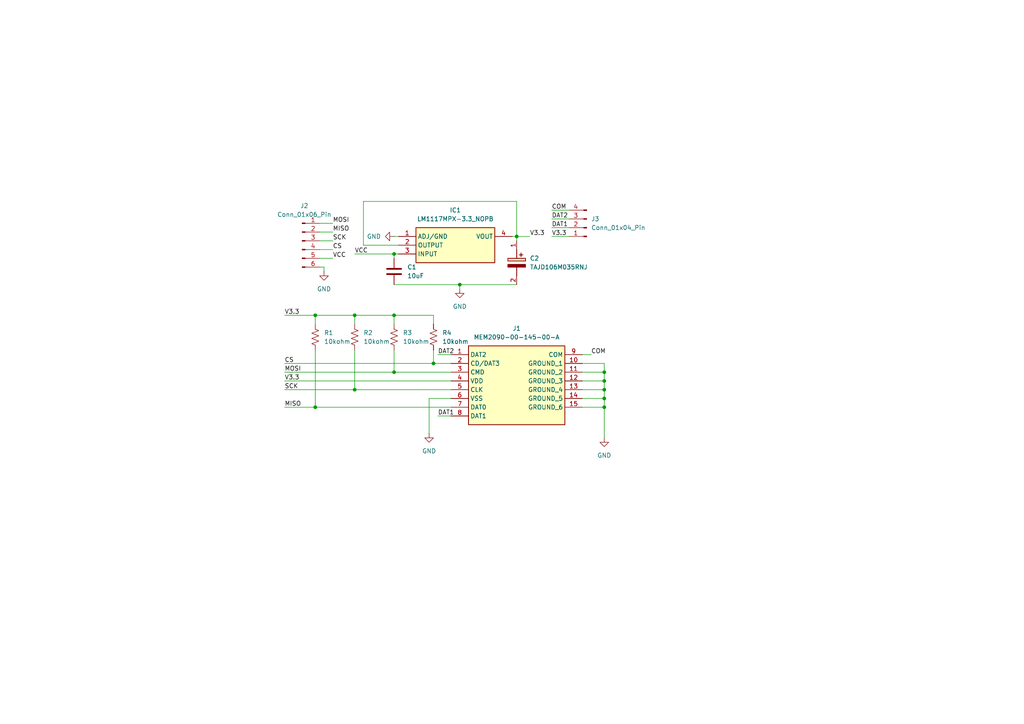
<source format=kicad_sch>
(kicad_sch (version 20250114) (generator "eeschema") (generator_version "9.0")
  (paper "A4")
  (lib_symbols
    (symbol "Connector:Conn_01x04_Pin" (pin_names (offset 1.016) (hide yes))
      (property "Reference" "J" (at 0 5.08 0))
      (property "Value" "Conn_01x04_Pin" (at 0 -7.62 0))
      (symbol "Conn_01x04_Pin_1_1"
        (rectangle (start 0.8636 2.667) (end 0 2.413) (stroke (width 0.1524)) (fill (type outline)))
        (rectangle (start 0.8636 0.127) (end 0 -0.127) (stroke (width 0.1524)) (fill (type outline)))
        (rectangle (start 0.8636 -2.413) (end 0 -2.667) (stroke (width 0.1524)) (fill (type outline)))
        (rectangle (start 0.8636 -4.953) (end 0 -5.207) (stroke (width 0.1524)) (fill (type outline)))
        (polyline (pts (xy 1.27 2.54) (xy 0.8636 2.54)) (stroke (width 0.1524)))
        (polyline (pts (xy 1.27 0) (xy 0.8636 0)) (stroke (width 0.1524)))
        (polyline (pts (xy 1.27 -2.54) (xy 0.8636 -2.54)) (stroke (width 0.1524)))
        (polyline (pts (xy 1.27 -5.08) (xy 0.8636 -5.08)) (stroke (width 0.1524)))
        (pin passive line (at 5.08 2.54 180) (length 3.81) (name "Pin_1") (number "1"))
        (pin passive line (at 5.08 0 180) (length 3.81) (name "Pin_2") (number "2"))
        (pin passive line (at 5.08 -2.54 180) (length 3.81) (name "Pin_3") (number "3"))
        (pin passive line (at 5.08 -5.08 180) (length 3.81) (name "Pin_4") (number "4"))
      )
    )
    (symbol "Connector:Conn_01x06_Pin" (pin_names (offset 1.016) (hide yes))
      (property "Reference" "J" (at 0 7.62 0))
      (property "Value" "Conn_01x06_Pin" (at 0 -10.16 0))
      (symbol "Conn_01x06_Pin_1_1"
        (rectangle (start 0.8636 5.207) (end 0 4.953) (stroke (width 0.1524)) (fill (type outline)))
        (rectangle (start 0.8636 2.667) (end 0 2.413) (stroke (width 0.1524)) (fill (type outline)))
        (rectangle (start 0.8636 0.127) (end 0 -0.127) (stroke (width 0.1524)) (fill (type outline)))
        (rectangle (start 0.8636 -2.413) (end 0 -2.667) (stroke (width 0.1524)) (fill (type outline)))
        (rectangle (start 0.8636 -4.953) (end 0 -5.207) (stroke (width 0.1524)) (fill (type outline)))
        (rectangle (start 0.8636 -7.493) (end 0 -7.747) (stroke (width 0.1524)) (fill (type outline)))
        (polyline (pts (xy 1.27 5.08) (xy 0.8636 5.08)) (stroke (width 0.1524)))
        (polyline (pts (xy 1.27 2.54) (xy 0.8636 2.54)) (stroke (width 0.1524)))
        (polyline (pts (xy 1.27 0) (xy 0.8636 0)) (stroke (width 0.1524)))
        (polyline (pts (xy 1.27 -2.54) (xy 0.8636 -2.54)) (stroke (width 0.1524)))
        (polyline (pts (xy 1.27 -5.08) (xy 0.8636 -5.08)) (stroke (width 0.1524)))
        (polyline (pts (xy 1.27 -7.62) (xy 0.8636 -7.62)) (stroke (width 0.1524)))
        (pin passive line (at 5.08 5.08 180) (length 3.81) (name "Pin_1") (number "1"))
        (pin passive line (at 5.08 2.54 180) (length 3.81) (name "Pin_2") (number "2"))
        (pin passive line (at 5.08 0 180) (length 3.81) (name "Pin_3") (number "3"))
        (pin passive line (at 5.08 -2.54 180) (length 3.81) (name "Pin_4") (number "4"))
        (pin passive line (at 5.08 -5.08 180) (length 3.81) (name "Pin_5") (number "5"))
        (pin passive line (at 5.08 -7.62 180) (length 3.81) (name "Pin_6") (number "6"))
      )
    )
    (symbol "Device:C" (pin_numbers (hide yes)) (pin_names (offset 0.254))
      (property "Reference" "C" (at 0.635 2.54 0))
      (property "Value" "C" (at 0.635 -2.54 0))
      (symbol "C_0_1"
        (polyline (pts (xy -2.032 0.762) (xy 2.032 0.762)) (stroke (width 0.508)))
        (polyline (pts (xy -2.032 -0.762) (xy 2.032 -0.762)) (stroke (width 0.508)))
      )
      (symbol "C_1_1"
        (pin passive line (at 0 3.81 270) (length 2.794) (name "~") (number "1"))
        (pin passive line (at 0 -3.81 90) (length 2.794) (name "~") (number "2"))
      )
    )
    (symbol "Device:R_US" (pin_numbers (hide yes)) (pin_names (offset 0))
      (property "Reference" "R" (at 2.54 0 90))
      (property "Value" "R_US" (at -2.54 0 90))
      (symbol "R_US_0_1"
        (polyline (pts (xy 0 2.286) (xy 0 2.54)))
        (polyline (pts (xy 0 2.286) (xy 1.016 1.905) (xy 0 1.524) (xy -1.016 1.143) (xy 0 0.762)))
        (polyline (pts (xy 0 0.762) (xy 1.016 0.381) (xy 0 0) (xy -1.016 -0.381) (xy 0 -0.762)))
        (polyline (pts (xy 0 -0.762) (xy 1.016 -1.143) (xy 0 -1.524) (xy -1.016 -1.905) (xy 0 -2.286)))
        (polyline (pts (xy 0 -2.286) (xy 0 -2.54)))
      )
      (symbol "R_US_1_1"
        (pin passive line (at 0 3.81 270) (length 1.27) (name "~") (number "1"))
        (pin passive line (at 0 -3.81 90) (length 1.27) (name "~") (number "2"))
      )
    )
    (symbol "SamacSys_Parts:LM1117MPX-3.3_NOPB"
      (property "Reference" "IC" (at 29.21 7.62 0))
      (property "Value" "LM1117MPX-3.3_NOPB" (at 29.21 5.08 0))
      (symbol "LM1117MPX-3.3_NOPB_1_1"
        (rectangle (start 5.08 2.54) (end 27.94 -7.62) (stroke (width 0.254)) (fill (type background)))
        (pin passive line (at 0 0 0) (length 5.08) (name "ADJ/GND") (number "1"))
        (pin passive line (at 0 -2.54 0) (length 5.08) (name "OUTPUT") (number "2"))
        (pin passive line (at 0 -5.08 0) (length 5.08) (name "INPUT") (number "3"))
        (pin passive line (at 33.02 0 180) (length 5.08) (name "VOUT") (number "4"))
      )
    )
    (symbol "SamacSys_Parts:MEM2090-00-145-00-A"
      (property "Reference" "J" (at 34.29 7.62 0))
      (property "Value" "MEM2090-00-145-00-A" (at 34.29 5.08 0))
      (symbol "MEM2090-00-145-00-A_1_1"
        (rectangle (start 5.08 2.54) (end 33.02 -20.32) (stroke (width 0.254)) (fill (type background)))
        (pin passive line (at 0 0 0) (length 5.08) (name "DAT2") (number "1"))
        (pin passive line (at 0 -2.54 0) (length 5.08) (name "CD/DAT3") (number "2"))
        (pin passive line (at 0 -5.08 0) (length 5.08) (name "CMD") (number "3"))
        (pin passive line (at 0 -7.62 0) (length 5.08) (name "VDD") (number "4"))
        (pin passive line (at 0 -10.16 0) (length 5.08) (name "CLK") (number "5"))
        (pin passive line (at 0 -12.7 0) (length 5.08) (name "VSS") (number "6"))
        (pin passive line (at 0 -15.24 0) (length 5.08) (name "DAT0") (number "7"))
        (pin passive line (at 0 -17.78 0) (length 5.08) (name "DAT1") (number "8"))
        (pin passive line (at 38.1 0 180) (length 5.08) (name "COM") (number "9"))
        (pin passive line (at 38.1 -2.54 180) (length 5.08) (name "GROUND_1") (number "10"))
        (pin passive line (at 38.1 -5.08 180) (length 5.08) (name "GROUND_2") (number "11"))
        (pin passive line (at 38.1 -7.62 180) (length 5.08) (name "GROUND_3") (number "12"))
        (pin passive line (at 38.1 -10.16 180) (length 5.08) (name "GROUND_4") (number "13"))
        (pin passive line (at 38.1 -12.7 180) (length 5.08) (name "GROUND_5") (number "14"))
        (pin passive line (at 38.1 -15.24 180) (length 5.08) (name "GROUND_6") (number "15"))
      )
    )
    (symbol "SamacSys_Parts:TAJD106M035RNJ" (pin_names (hide yes))
      (property "Reference" "C" (at 8.89 6.35 0))
      (property "Value" "TAJD106M035RNJ" (at 8.89 3.81 0))
      (symbol "TAJD106M035RNJ_1_1"
        (polyline (pts (xy 2.54 0) (xy 5.08 0)) (stroke (width 0.254)))
        (polyline (pts (xy 4.064 1.778) (xy 4.064 0.762)) (stroke (width 0.254)))
        (polyline (pts (xy 4.572 1.27) (xy 3.556 1.27)) (stroke (width 0.254)))
        (rectangle (start 5.08 2.54) (end 5.842 -2.54) (stroke (width 0.254)) (fill (type background)))
        (polyline (pts (xy 7.62 2.54) (xy 7.62 -2.54) (xy 6.858 -2.54) (xy 6.858 2.54) (xy 7.62 2.54)) (stroke (width 0.254)) (fill (type outline)))
        (polyline (pts (xy 7.62 0) (xy 10.16 0)) (stroke (width 0.254)))
        (pin passive line (at 0 0 0) (length 2.54) (name "+") (number "1"))
        (pin passive line (at 12.7 0 180) (length 2.54) (name "-") (number "2"))
      )
    )
    (symbol "power:GND" (power) (pin_numbers (hide yes)) (pin_names (offset 0) (hide yes))
      (property "Value" "GND" (at 0 -3.81 0))
      (symbol "GND_0_1"
        (polyline (pts (xy 0 0) (xy 0 -1.27) (xy 1.27 -1.27) (xy 0 -2.54) (xy -1.27 -1.27) (xy 0 -1.27)))
      )
      (symbol "GND_1_1"
        (pin power_in line (at 0 0 270) (length 0) (name "~") (number "1"))
      )
    )
  )
  (junction (at 175.26 107.95))
  (junction (at 114.3 73.66))
  (junction (at 175.26 118.11))
  (junction (at 175.26 115.57))
  (junction (at 149.86 68.58))
  (junction (at 91.44 118.11))
  (junction (at 133.35 82.55))
  (junction (at 175.26 113.03))
  (junction (at 125.73 105.41))
  (junction (at 102.87 113.03))
  (junction (at 102.87 91.44))
  (junction (at 114.3 107.95))
  (junction (at 114.3 91.44))
  (junction (at 175.26 110.49))
  (junction (at 91.44 91.44))
  (wire (pts (xy 102.87 91.44) (xy 91.44 91.44)))
  (wire (pts (xy 168.91 105.41) (xy 175.26 105.41)))
  (wire (pts (xy 124.46 115.57) (xy 130.81 115.57)))
  (wire (pts (xy 160.02 63.5) (xy 165.1 63.5)))
  (wire (pts (xy 133.35 82.55) (xy 149.86 82.55)))
  (wire (pts (xy 92.71 74.93) (xy 96.52 74.93)))
  (wire (pts (xy 92.71 64.77) (xy 96.52 64.77)))
  (wire (pts (xy 160.02 60.96) (xy 165.1 60.96)))
  (wire (pts (xy 125.73 105.41) (xy 130.81 105.41)))
  (wire (pts (xy 168.91 102.87) (xy 171.45 102.87)))
  (wire (pts (xy 124.46 125.73) (xy 124.46 115.57)))
  (wire (pts (xy 114.3 101.6) (xy 114.3 107.95)))
  (wire (pts (xy 160.02 66.04) (xy 165.1 66.04)))
  (wire (pts (xy 91.44 118.11) (xy 130.81 118.11)))
  (wire (pts (xy 133.35 82.55) (xy 133.35 83.82)))
  (wire (pts (xy 149.86 58.42) (xy 149.86 68.58)))
  (wire (pts (xy 127 120.65) (xy 130.81 120.65)))
  (wire (pts (xy 102.87 93.98) (xy 102.87 91.44)))
  (wire (pts (xy 175.26 115.57) (xy 175.26 118.11)))
  (wire (pts (xy 114.3 73.66) (xy 114.3 74.93)))
  (wire (pts (xy 149.86 68.58) (xy 153.67 68.58)))
  (wire (pts (xy 91.44 93.98) (xy 91.44 91.44)))
  (wire (pts (xy 114.3 68.58) (xy 115.57 68.58)))
  (wire (pts (xy 91.44 101.6) (xy 91.44 118.11)))
  (wire (pts (xy 168.91 118.11) (xy 175.26 118.11)))
  (wire (pts (xy 115.57 71.12) (xy 105.41 71.12)))
  (wire (pts (xy 175.26 113.03) (xy 175.26 115.57)))
  (wire (pts (xy 149.86 68.58) (xy 149.86 69.85)))
  (wire (pts (xy 82.55 91.44) (xy 91.44 91.44)))
  (wire (pts (xy 92.71 69.85) (xy 96.52 69.85)))
  (wire (pts (xy 105.41 71.12) (xy 105.41 58.42)))
  (wire (pts (xy 114.3 91.44) (xy 102.87 91.44)))
  (wire (pts (xy 92.71 77.47) (xy 93.98 77.47)))
  (wire (pts (xy 102.87 101.6) (xy 102.87 113.03)))
  (wire (pts (xy 82.55 105.41) (xy 125.73 105.41)))
  (wire (pts (xy 114.3 93.98) (xy 114.3 91.44)))
  (wire (pts (xy 125.73 101.6) (xy 125.73 105.41)))
  (wire (pts (xy 175.26 118.11) (xy 175.26 127)))
  (wire (pts (xy 114.3 107.95) (xy 130.81 107.95)))
  (wire (pts (xy 93.98 77.47) (xy 93.98 78.74)))
  (wire (pts (xy 92.71 67.31) (xy 96.52 67.31)))
  (wire (pts (xy 175.26 105.41) (xy 175.26 107.95)))
  (wire (pts (xy 168.91 110.49) (xy 175.26 110.49)))
  (wire (pts (xy 102.87 73.66) (xy 114.3 73.66)))
  (wire (pts (xy 175.26 107.95) (xy 175.26 110.49)))
  (wire (pts (xy 168.91 107.95) (xy 175.26 107.95)))
  (wire (pts (xy 114.3 73.66) (xy 115.57 73.66)))
  (wire (pts (xy 168.91 115.57) (xy 175.26 115.57)))
  (wire (pts (xy 82.55 113.03) (xy 102.87 113.03)))
  (wire (pts (xy 168.91 113.03) (xy 175.26 113.03)))
  (wire (pts (xy 148.59 68.58) (xy 149.86 68.58)))
  (wire (pts (xy 127 102.87) (xy 130.81 102.87)))
  (wire (pts (xy 82.55 110.49) (xy 130.81 110.49)))
  (wire (pts (xy 125.73 93.98) (xy 125.73 91.44)))
  (wire (pts (xy 175.26 110.49) (xy 175.26 113.03)))
  (wire (pts (xy 92.71 72.39) (xy 96.52 72.39)))
  (wire (pts (xy 102.87 113.03) (xy 130.81 113.03)))
  (wire (pts (xy 105.41 58.42) (xy 149.86 58.42)))
  (wire (pts (xy 125.73 91.44) (xy 114.3 91.44)))
  (wire (pts (xy 160.02 68.58) (xy 165.1 68.58)))
  (wire (pts (xy 82.55 118.11) (xy 91.44 118.11)))
  (wire (pts (xy 114.3 82.55) (xy 133.35 82.55)))
  (wire (pts (xy 82.55 107.95) (xy 114.3 107.95)))
  (label "MOSI" (at 82.55 107.95 0))
  (label "VCC" (at 102.87 73.66 0))
  (label "SCK" (at 82.55 113.03 0))
  (label "DAT2" (at 127 102.87 0))
  (label "V3.3" (at 82.55 110.49 0))
  (label "CS" (at 82.55 105.41 0))
  (label "V3.3" (at 82.55 91.44 0))
  (label "MISO" (at 82.55 118.11 0))
  (label "V3.3" (at 160.02 68.58 0))
  (label "MISO" (at 96.52 67.31 0))
  (label "DAT1" (at 127 120.65 0))
  (label "DAT1" (at 160.02 66.04 0))
  (label "COM" (at 160.02 60.96 0))
  (label "SCK" (at 96.52 69.85 0))
  (label "V3.3" (at 153.67 68.58 0))
  (label "MOSI" (at 96.52 64.77 0))
  (label "DAT2" (at 160.02 63.5 0))
  (label "CS" (at 96.52 72.39 0))
  (label "VCC" (at 96.52 74.93 0))
  (label "COM" (at 171.45 102.87 0))
  (symbol (lib_id "power:GND") (at 114.3 68.58 270) (unit 1)
    (property "Reference" "#PWR03" (effects (hide yes)))
    (property "Value" "GND" (at 110.49 68.5799 90) (effects (justify right)))
    (property "Description" "Power symbol creates a global label with name \"GND\" , ground" (effects (hide yes)))
  )
  (symbol (lib_id "SamacSys_Parts:MEM2090-00-145-00-A") (at 130.81 102.87 0) (unit 1)
    (property "Reference" "J1" (at 149.86 95.25 0))
    (property "Value" "MEM2090-00-145-00-A" (at 149.86 97.79 0))
    (property "Footprint" "MEM20900014500A" (effects (hide yes)))
    (property "Datasheet" "https://www.mouser.at/datasheet/2/837/mem2090-3435332.pdf" (effects (hide yes)))
    (property "Description" "Memory Card Connectors Micro SD Push-Push, Normaly Open, SMT, 1.45mm Profile, No Peg" (effects (hide yes)))
    (property "Height" "1.6" (effects (hide yes)))
    (property "Mouser Part Number" "640-MEM20900014500A" (effects (hide yes)))
    (property "Mouser Price/Stock" "https://www.mouser.co.uk/ProductDetail/GCT/MEM2090-00-145-00-A?qs=jRuttqqUwMR0RI4XLNZI4Q%3D%3D" (effects (hide yes)))
    (property "Manufacturer_Name" "GCT (GLOBAL CONNECTOR TECHNOLOGY)" (effects (hide yes)))
    (property "Manufacturer_Part_Number" "MEM2090-00-145-00-A" (effects (hide yes)))
  )
  (symbol (lib_id "power:GND") (at 175.26 127 0) (unit 1)
    (property "Reference" "#PWR02" (effects (hide yes)))
    (property "Value" "GND" (at 175.26 132.08 0))
    (property "Description" "Power symbol creates a global label with name \"GND\" , ground" (effects (hide yes)))
  )
  (symbol (lib_id "SamacSys_Parts:TAJD106M035RNJ") (at 149.86 69.85 270) (unit 1)
    (property "Reference" "C2" (at 153.67 74.9299 90) (effects (justify left)))
    (property "Value" "TAJD106M035RNJ" (at 153.67 77.4699 90) (effects (justify left)))
    (property "Footprint" "CAPPM7344X310N" (effects (hide yes)))
    (property "Datasheet" "http://datasheets.avx.com/TAJ.pdf" (effects (hide yes)))
    (property "Description" "Tantalum Capacitors - Solid SMD 35volts 10uF 20%" (effects (hide yes)))
    (property "Height" "3.1" (effects (hide yes)))
    (property "Mouser Part Number" "581-TAJD106M035R" (effects (hide yes)))
    (property "Mouser Price/Stock" "https://www.mouser.co.uk/ProductDetail/KYOCERA-AVX/TAJD106M035RNJ?qs=srZBJ3srS4AUaIC0Brj4CQ%3D%3D" (effects (hide yes)))
    (property "Manufacturer_Name" "Kyocera AVX" (effects (hide yes)))
    (property "Manufacturer_Part_Number" "TAJD106M035RNJ" (effects (hide yes)))
  )
  (symbol (lib_id "Device:R_US") (at 91.44 97.79 0) (unit 1)
    (property "Reference" "R1" (at 93.98 96.5199 0) (effects (justify left)))
    (property "Value" "10kohm" (at 93.98 99.0599 0) (effects (justify left)))
    (property "Footprint" "Resistor_SMD:R_0603_1608Metric_Pad0.98x0.95mm_HandSolder" (effects (hide yes)))
    (property "Datasheet" "https://eecs.engineering.oregonstate.edu/education/inventory_datasheets/P1501173223.pdf" (effects (hide yes)))
    (property "Description" "Resistor, US symbol" (effects (hide yes)))
  )
  (symbol (lib_id "SamacSys_Parts:LM1117MPX-3.3_NOPB") (at 115.57 68.58 0) (unit 1)
    (property "Reference" "IC1" (at 132.08 60.96 0))
    (property "Value" "LM1117MPX-3.3_NOPB" (at 132.08 63.5 0))
    (property "Footprint" "SOT230P700X180-4N" (effects (hide yes)))
    (property "Datasheet" "http://www.ti.com/lit/ds/symlink/lm1117.pdf" (effects (hide yes)))
    (property "Description" "Space saving 800-mA low-dropout linear regulator with internal current limit" (effects (hide yes)))
    (property "Height" "1.8" (effects (hide yes)))
    (property "Mouser Part Number" "926-LM1117MPX3.3NOPB" (effects (hide yes)))
    (property "Mouser Price/Stock" "https://www.mouser.co.uk/ProductDetail/Texas-Instruments/LM1117MPX-3.3-NOPB?qs=X1J7HmVL2ZHRbBIxXi4utg%3D%3D" (effects (hide yes)))
    (property "Manufacturer_Name" "Texas Instruments" (effects (hide yes)))
    (property "Manufacturer_Part_Number" "LM1117MPX-3.3/NOPB" (effects (hide yes)))
  )
  (symbol (lib_id "Device:R_US") (at 114.3 97.79 0) (unit 1)
    (property "Reference" "R3" (at 116.84 96.5199 0) (effects (justify left)))
    (property "Value" "10kohm" (at 116.84 99.0599 0) (effects (justify left)))
    (property "Footprint" "Resistor_SMD:R_0603_1608Metric_Pad0.98x0.95mm_HandSolder" (effects (hide yes)))
    (property "Datasheet" "https://eecs.engineering.oregonstate.edu/education/inventory_datasheets/P1501173223.pdf" (effects (hide yes)))
    (property "Description" "Resistor, US symbol" (effects (hide yes)))
  )
  (symbol (lib_id "power:GND") (at 124.46 125.73 0) (unit 1)
    (property "Reference" "#PWR05" (effects (hide yes)))
    (property "Value" "GND" (at 124.46 130.81 0))
    (property "Description" "Power symbol creates a global label with name \"GND\" , ground" (effects (hide yes)))
  )
  (symbol (lib_id "power:GND") (at 133.35 83.82 0) (unit 1)
    (property "Reference" "#PWR01" (effects (hide yes)))
    (property "Value" "GND" (at 133.35 88.9 0))
    (property "Description" "Power symbol creates a global label with name \"GND\" , ground" (effects (hide yes)))
  )
  (symbol (lib_id "Connector:Conn_01x06_Pin") (at 87.63 69.85 0) (unit 1)
    (property "Reference" "J2" (at 88.265 59.69 0))
    (property "Value" "Conn_01x06_Pin" (at 88.265 62.23 0))
    (property "Footprint" "Connector_PinHeader_2.54mm:PinHeader_1x06_P2.54mm_Vertical" (effects (hide yes)))
    (property "Description" "Generic connector, single row, 01x06, script generated" (effects (hide yes)))
  )
  (symbol (lib_id "Device:C") (at 114.3 78.74 180) (unit 1)
    (property "Reference" "C1" (at 118.11 77.4699 0) (effects (justify right)))
    (property "Value" "10uF" (at 118.11 80.0099 0) (effects (justify right)))
    (property "Footprint" "Capacitor_SMD:C_1206_3216Metric_Pad1.33x1.80mm_HandSolder" (effects (hide yes)))
    (property "Datasheet" "https://eecs.engineering.oregonstate.edu/education/inventory_datasheets/P1502744917.pdf" (effects (hide yes)))
    (property "Description" "Unpolarized capacitor" (effects (hide yes)))
  )
  (symbol (lib_id "Connector:Conn_01x04_Pin") (at 170.18 66.04 180) (unit 1)
    (property "Reference" "J3" (at 171.45 63.4999 0) (effects (justify right)))
    (property "Value" "Conn_01x04_Pin" (at 171.45 66.0399 0) (effects (justify right)))
    (property "Footprint" "Connector_PinHeader_2.54mm:PinHeader_1x04_P2.54mm_Vertical" (effects (hide yes)))
    (property "Description" "Generic connector, single row, 01x04, script generated" (effects (hide yes)))
  )
  (symbol (lib_id "Device:R_US") (at 102.87 97.79 0) (unit 1)
    (property "Reference" "R2" (at 105.41 96.5199 0) (effects (justify left)))
    (property "Value" "10kohm" (at 105.41 99.0599 0) (effects (justify left)))
    (property "Footprint" "Resistor_SMD:R_0603_1608Metric_Pad0.98x0.95mm_HandSolder" (effects (hide yes)))
    (property "Datasheet" "https://eecs.engineering.oregonstate.edu/education/inventory_datasheets/P1501173223.pdf" (effects (hide yes)))
    (property "Description" "Resistor, US symbol" (effects (hide yes)))
  )
  (symbol (lib_id "power:GND") (at 93.98 78.74 0) (unit 1)
    (property "Reference" "#PWR04" (effects (hide yes)))
    (property "Value" "GND" (at 93.98 83.82 0))
    (property "Description" "Power symbol creates a global label with name \"GND\" , ground" (effects (hide yes)))
  )
  (symbol (lib_id "Device:R_US") (at 125.73 97.79 0) (unit 1)
    (property "Reference" "R4" (at 128.27 96.5199 0) (effects (justify left)))
    (property "Value" "10kohm" (at 128.27 99.0599 0) (effects (justify left)))
    (property "Footprint" "Resistor_SMD:R_0603_1608Metric_Pad0.98x0.95mm_HandSolder" (effects (hide yes)))
    (property "Datasheet" "https://eecs.engineering.oregonstate.edu/education/inventory_datasheets/P1501173223.pdf" (effects (hide yes)))
    (property "Description" "Resistor, US symbol" (effects (hide yes)))
  )
)
</source>
